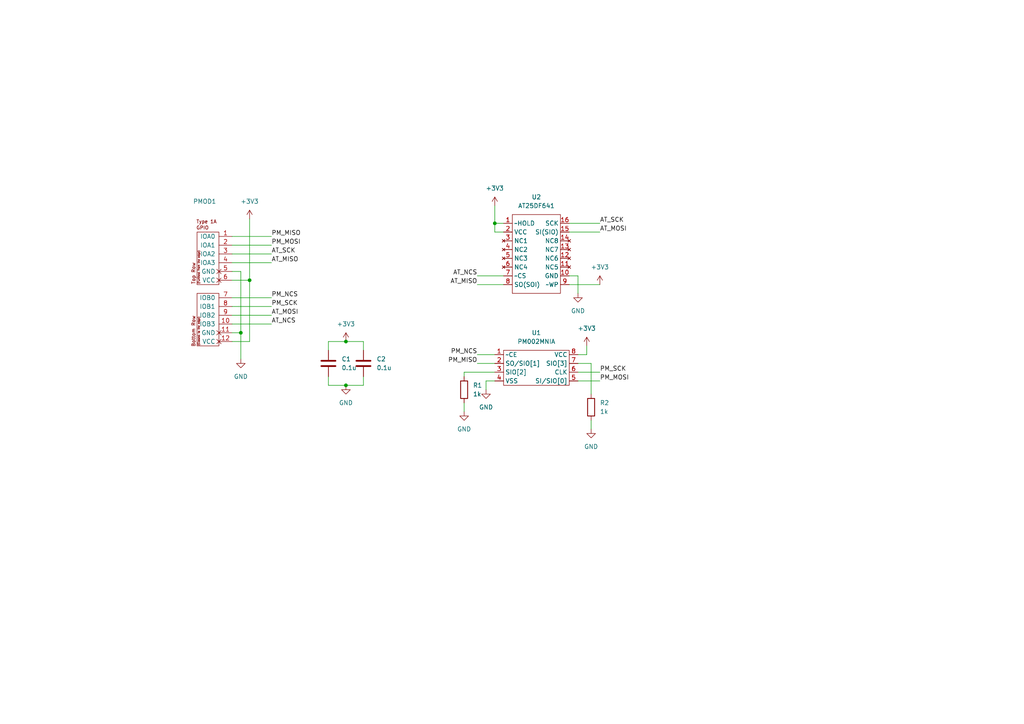
<source format=kicad_sch>
(kicad_sch (version 20211123) (generator eeschema)
  (paper "A4")
  (lib_symbols
    (symbol "Device:C" (pin_numbers hide) (pin_names (offset 0.254))
      (property "Reference" "C" (at 0.635 2.54 0))
      (property "Value" "C" (at 0.635 -2.54 0))
      (symbol "C_0_1"
        (polyline (pts (xy -2.032 -0.762) (xy 2.032 -0.762)) (stroke (width 0.508)))
        (polyline (pts (xy -2.032 0.762) (xy 2.032 0.762)) (stroke (width 0.508)))
      )
      (symbol "C_1_1"
        (pin passive line (at 0 3.81 270) (length 2.794) (name "~") (number "1"))
        (pin passive line (at 0 -3.81 90) (length 2.794) (name "~") (number "2"))
      )
    )
    (symbol "Device:R" (pin_numbers hide) (pin_names (offset 0))
      (property "Reference" "R" (at 2.032 0 90))
      (property "Value" "R" (at 0 0 90))
      (symbol "R_0_1"
        (rectangle (start -1.016 -2.54) (end 1.016 2.54) (stroke (width 0.254)))
      )
      (symbol "R_1_1"
        (pin passive line (at 0 3.81 270) (length 1.27) (name "~") (number "1"))
        (pin passive line (at 0 -3.81 90) (length 1.27) (name "~") (number "2"))
      )
    )
    (symbol "Signetics:AT25DF641"
      (property "Reference" "U" (at 10.16 3.81 0))
      (property "Value" "AT25DF641" (at 10.16 -21.59 0))
      (symbol "AT25DF641_0_1"
        (rectangle (start 2.54 2.54) (end 16.51 -20.32))
      )
      (symbol "AT25DF641_1_1"
        (pin input line (at 0 0 0) (length 2.54) (name "~HOLD") (number "1"))
        (pin unspecified line (at 19.05 -15.24 180) (length 2.54) (name "GND") (number "10"))
        (pin no_connect line (at 19.05 -12.7 180) (length 2.54) (name "NC5") (number "11"))
        (pin no_connect line (at 19.05 -10.16 180) (length 2.54) (name "NC6") (number "12"))
        (pin no_connect line (at 19.05 -7.62 180) (length 2.54) (name "NC7") (number "13"))
        (pin no_connect line (at 19.05 -5.08 180) (length 2.54) (name "NC8") (number "14"))
        (pin bidirectional line (at 19.05 -2.54 180) (length 2.54) (name "SI(SIO)") (number "15"))
        (pin input line (at 19.05 0 180) (length 2.54) (name "SCK") (number "16"))
        (pin power_in line (at 0 -2.54 0) (length 2.54) (name "VCC") (number "2"))
        (pin no_connect line (at 0 -5.08 0) (length 2.54) (name "NC1") (number "3"))
        (pin no_connect line (at 0 -7.62 0) (length 2.54) (name "NC2") (number "4"))
        (pin no_connect line (at 0 -10.16 0) (length 2.54) (name "NC3") (number "5"))
        (pin no_connect line (at 0 -12.7 0) (length 2.54) (name "NC4") (number "6"))
        (pin input line (at 0 -15.24 0) (length 2.54) (name "~CS") (number "7"))
        (pin bidirectional line (at 0 -17.78 0) (length 2.54) (name "SO(SOI)") (number "8"))
        (pin input line (at 19.05 -17.78 180) (length 2.54) (name "~WP") (number "9"))
      )
    )
    (symbol "Signetics:PM002MNIA"
      (property "Reference" "U" (at 12.7 2.54 0))
      (property "Value" "PM002MNIA" (at 12.7 -10.16 0))
      (symbol "PM002MNIA_0_1"
        (rectangle (start 2.54 1.27) (end 21.59 -8.89))
      )
      (symbol "PM002MNIA_1_1"
        (pin input line (at 0 0 0) (length 2.54) (name "~CE") (number "1"))
        (pin bidirectional line (at 0 -2.54 0) (length 2.54) (name "SO/SIO[1]") (number "2"))
        (pin bidirectional line (at 0 -5.08 0) (length 2.54) (name "SIO[2]") (number "3"))
        (pin unspecified line (at 0 -7.62 0) (length 2.54) (name "VSS") (number "4"))
        (pin bidirectional line (at 24.13 -7.62 180) (length 2.54) (name "SI/SIO[0]") (number "5"))
        (pin input line (at 24.13 -5.08 180) (length 2.54) (name "CLK") (number "6"))
        (pin bidirectional line (at 24.13 -2.54 180) (length 2.54) (name "SIO[3]") (number "7"))
        (pin power_in line (at 24.13 0 180) (length 2.54) (name "VCC") (number "8"))
      )
    )
    (symbol "pmod:PMOD-Device-x2-Type-1A-GPIO" (pin_names (offset 1.016))
      (property "Reference" "PMOD" (at -3.302 -1.27 0))
      (property "Datasheet" "https://docs.google.com/a/mithis.com/spreadsheets/d/1D-GboyrP57VVpejQzEm0P1WEORo1LAIt92hk1bZGEoo/edit#gid=0" (at -1.27 7.62 0))
      (symbol "PMOD-Device-x2-Type-1A-GPIO_0_0"
        (text "(Closest to the edge)" (at -5.842 -13.462 900) (effects (font (size 0.508 0.508))))
        (text "(Furthest from the edge)" (at -5.842 5.08 900) (effects (font (size 0.508 0.508))))
        (text "Bottom Row" (at -7.366 -13.462 900) (effects (font (size 0.9906 0.9906))))
        (text "GPIO" (at -6.604 16.51 0) (effects (font (size 0.9906 0.9906)) (justify left)))
        (text "Top Row" (at -7.366 3.302 900) (effects (font (size 0.9906 0.9906))))
        (text "Type 1A" (at -6.604 18.288 0) (effects (font (size 0.9906 0.9906)) (justify left)))
      )
      (symbol "PMOD-Device-x2-Type-1A-GPIO_0_1"
        (rectangle (start -6.35 -2.54) (end 0 -17.78))
        (rectangle (start 0 15.24) (end -6.35 0))
      )
      (symbol "PMOD-Device-x2-Type-1A-GPIO_1_1"
        (pin bidirectional line (at 3.81 13.97 180) (length 3.81) (name "IOA0") (number "1"))
        (pin bidirectional line (at 3.81 -11.43 180) (length 3.81) (name "IOB3") (number "10"))
        (pin power_out non_logic (at 3.81 -13.97 180) (length 3.81) (name "GND") (number "11"))
        (pin power_out non_logic (at 3.81 -16.51 180) (length 3.81) (name "VCC") (number "12"))
        (pin bidirectional line (at 3.81 11.43 180) (length 3.81) (name "IOA1") (number "2"))
        (pin bidirectional line (at 3.81 8.89 180) (length 3.81) (name "IOA2") (number "3"))
        (pin bidirectional line (at 3.81 6.35 180) (length 3.81) (name "IOA3") (number "4"))
        (pin power_out non_logic (at 3.81 3.81 180) (length 3.81) (name "GND") (number "5"))
        (pin power_out non_logic (at 3.81 1.27 180) (length 3.81) (name "VCC") (number "6"))
        (pin bidirectional line (at 3.81 -3.81 180) (length 3.81) (name "IOB0") (number "7"))
        (pin bidirectional line (at 3.81 -6.35 180) (length 3.81) (name "IOB1") (number "8"))
        (pin bidirectional line (at 3.81 -8.89 180) (length 3.81) (name "IOB2") (number "9"))
      )
    )
    (symbol "power:+3V3" (power) (pin_names (offset 0))
      (property "Value" "+3V3" (at 0 3.556 0))
      (symbol "+3V3_0_1"
        (polyline (pts (xy -0.762 1.27) (xy 0 2.54)))
        (polyline (pts (xy 0 0) (xy 0 2.54)))
        (polyline (pts (xy 0 2.54) (xy 0.762 1.27)))
      )
      (symbol "+3V3_1_1"
        (pin power_in line (at 0 0 90) (length 0) hide (name "+3V3") (number "1"))
      )
    )
    (symbol "power:GND" (power) (pin_names (offset 0))
      (property "Value" "GND" (at 0 -3.81 0))
      (symbol "GND_0_1"
        (polyline (pts (xy 0 0) (xy 0 -1.27) (xy 1.27 -1.27) (xy 0 -2.54) (xy -1.27 -1.27) (xy 0 -1.27)))
      )
      (symbol "GND_1_1"
        (pin power_in line (at 0 0 270) (length 0) hide (name "GND") (number "1"))
      )
    )
  )
  (junction (at 100.33 99.06))
  (junction (at 72.39 81.28))
  (junction (at 100.33 111.76))
  (junction (at 69.85 96.52))
  (junction (at 143.51 64.77))
  (wire (pts (xy 138.43 102.87) (xy 143.51 102.87)))
  (wire (pts (xy 138.43 105.41) (xy 143.51 105.41)))
  (wire (pts (xy 95.25 99.06) (xy 100.33 99.06)))
  (wire (pts (xy 167.64 107.95) (xy 173.99 107.95)))
  (wire (pts (xy 167.64 105.41) (xy 171.45 105.41)))
  (wire (pts (xy 165.1 80.01) (xy 167.64 80.01)))
  (wire (pts (xy 72.39 63.5) (xy 72.39 81.28)))
  (wire (pts (xy 67.31 71.12) (xy 78.74 71.12)))
  (wire (pts (xy 167.64 110.49) (xy 173.99 110.49)))
  (wire (pts (xy 105.41 111.76) (xy 105.41 109.22)))
  (wire (pts (xy 143.51 64.77) (xy 143.51 59.69)))
  (wire (pts (xy 143.51 67.31) (xy 143.51 64.77)))
  (wire (pts (xy 67.31 86.36) (xy 78.74 86.36)))
  (wire (pts (xy 67.31 99.06) (xy 72.39 99.06)))
  (wire (pts (xy 67.31 96.52) (xy 69.85 96.52)))
  (wire (pts (xy 67.31 93.98) (xy 78.74 93.98)))
  (wire (pts (xy 167.64 80.01) (xy 167.64 85.09)))
  (wire (pts (xy 170.18 102.87) (xy 170.18 100.33)))
  (wire (pts (xy 67.31 68.58) (xy 78.74 68.58)))
  (wire (pts (xy 105.41 99.06) (xy 105.41 101.6)))
  (wire (pts (xy 67.31 73.66) (xy 78.74 73.66)))
  (wire (pts (xy 143.51 64.77) (xy 146.05 64.77)))
  (wire (pts (xy 134.62 107.95) (xy 143.51 107.95)))
  (wire (pts (xy 134.62 107.95) (xy 134.62 109.22)))
  (wire (pts (xy 100.33 99.06) (xy 105.41 99.06)))
  (wire (pts (xy 138.43 80.01) (xy 146.05 80.01)))
  (wire (pts (xy 100.33 111.76) (xy 105.41 111.76)))
  (wire (pts (xy 165.1 64.77) (xy 173.99 64.77)))
  (wire (pts (xy 69.85 96.52) (xy 69.85 104.14)))
  (wire (pts (xy 167.64 102.87) (xy 170.18 102.87)))
  (wire (pts (xy 140.97 110.49) (xy 140.97 113.03)))
  (wire (pts (xy 143.51 110.49) (xy 140.97 110.49)))
  (wire (pts (xy 165.1 67.31) (xy 173.99 67.31)))
  (wire (pts (xy 67.31 91.44) (xy 78.74 91.44)))
  (wire (pts (xy 72.39 81.28) (xy 72.39 99.06)))
  (wire (pts (xy 171.45 121.92) (xy 171.45 124.46)))
  (wire (pts (xy 134.62 116.84) (xy 134.62 119.38)))
  (wire (pts (xy 138.43 82.55) (xy 146.05 82.55)))
  (wire (pts (xy 95.25 111.76) (xy 100.33 111.76)))
  (wire (pts (xy 95.25 101.6) (xy 95.25 99.06)))
  (wire (pts (xy 146.05 67.31) (xy 143.51 67.31)))
  (wire (pts (xy 67.31 81.28) (xy 72.39 81.28)))
  (wire (pts (xy 165.1 82.55) (xy 173.99 82.55)))
  (wire (pts (xy 67.31 76.2) (xy 78.74 76.2)))
  (wire (pts (xy 67.31 78.74) (xy 69.85 78.74)))
  (wire (pts (xy 69.85 78.74) (xy 69.85 96.52)))
  (wire (pts (xy 67.31 88.9) (xy 78.74 88.9)))
  (wire (pts (xy 171.45 105.41) (xy 171.45 114.3)))
  (wire (pts (xy 95.25 109.22) (xy 95.25 111.76)))
  (label "AT_MOSI" (at 78.74 91.44 0))
  (label "AT_NCS" (at 138.43 80.01 180))
  (label "PM_SCK" (at 173.99 107.95 0))
  (label "AT_SCK" (at 78.74 73.66 0))
  (label "PM_MOSI" (at 78.74 71.12 0))
  (label "PM_MISO" (at 78.74 68.58 0))
  (label "AT_MISO" (at 78.74 76.2 0))
  (label "AT_SCK" (at 173.99 64.77 0))
  (label "AT_MOSI" (at 173.99 67.31 0))
  (label "AT_MISO" (at 138.43 82.55 180))
  (label "PM_MISO" (at 138.43 105.41 180))
  (label "PM_NCS" (at 138.43 102.87 180))
  (label "PM_MOSI" (at 173.99 110.49 0))
  (label "PM_SCK" (at 78.74 88.9 0))
  (label "PM_NCS" (at 78.74 86.36 0))
  (label "AT_NCS" (at 78.74 93.98 0))
  (symbol (lib_id "power:+3V3") (at 173.99 82.55 0) (unit 1)
    (property "Reference" "#PWR0107" (effects hide))
    (property "Value" "+3V3" (at 173.99 77.47 0))
  )
  (symbol (lib_id "Device:R") (at 171.45 118.11 0) (unit 1)
    (property "Reference" "R2" (at 173.99 116.8399 0) (effects (justify left)))
    (property "Value" "1k" (at 173.99 119.3799 0) (effects (justify left)))
    (property "Footprint" "Resistor_SMD:R_0805_2012Metric" (effects hide))
  )
  (symbol (lib_id "power:+3V3") (at 72.39 63.5 0) (unit 1)
    (property "Reference" "#PWR0111" (effects hide))
    (property "Value" "+3V3" (at 72.39 58.42 0))
  )
  (symbol (lib_id "power:+3V3") (at 170.18 100.33 0) (unit 1)
    (property "Reference" "#PWR0106" (effects hide))
    (property "Value" "+3V3" (at 170.18 95.25 0))
  )
  (symbol (lib_id "power:GND") (at 140.97 113.03 0) (unit 1)
    (property "Reference" "#PWR0103" (effects hide))
    (property "Value" "GND" (at 140.97 118.11 0))
  )
  (symbol (lib_id "Device:R") (at 134.62 113.03 0) (unit 1)
    (property "Reference" "R1" (at 137.16 111.7599 0) (effects (justify left)))
    (property "Value" "1k" (at 137.16 114.2999 0) (effects (justify left)))
    (property "Footprint" "Resistor_SMD:R_0805_2012Metric" (effects hide))
  )
  (symbol (lib_id "Device:C") (at 95.25 105.41 0) (unit 1)
    (property "Reference" "C1" (at 99.06 104.1399 0) (effects (justify left)))
    (property "Value" "0.1u" (at 99.06 106.6799 0) (effects (justify left)))
    (property "Footprint" "Capacitor_SMD:C_0805_2012Metric" (effects hide))
  )
  (symbol (lib_id "Signetics:AT25DF641") (at 146.05 64.77 0) (unit 1)
    (property "Reference" "U2" (at 155.575 57.15 0))
    (property "Value" "AT25DF641" (at 155.575 59.69 0))
    (property "Footprint" "Package_SO:SOIC-16W_7.5x10.3mm_P1.27mm" (effects hide))
  )
  (symbol (lib_id "Signetics:PM002MNIA") (at 143.51 102.87 0) (unit 1)
    (property "Reference" "U1" (at 155.575 96.52 0))
    (property "Value" "PM002MNIA" (at 155.575 99.06 0))
    (property "Footprint" "Package_SO:SOIC-8_3.9x4.9mm_P1.27mm" (effects hide))
  )
  (symbol (lib_id "power:GND") (at 134.62 119.38 0) (unit 1)
    (property "Reference" "#PWR0104" (effects hide))
    (property "Value" "GND" (at 134.62 124.46 0))
  )
  (symbol (lib_id "power:+3V3") (at 100.33 99.06 0) (unit 1)
    (property "Reference" "#PWR0110" (effects hide))
    (property "Value" "+3V3" (at 100.33 93.98 0))
  )
  (symbol (lib_id "power:GND") (at 171.45 124.46 0) (unit 1)
    (property "Reference" "#PWR0108" (effects hide))
    (property "Value" "GND" (at 171.45 129.54 0))
  )
  (symbol (lib_id "power:GND") (at 100.33 111.76 0) (unit 1)
    (property "Reference" "#PWR0109" (effects hide))
    (property "Value" "GND" (at 100.33 116.84 0))
  )
  (symbol (lib_id "power:GND") (at 69.85 104.14 0) (unit 1)
    (property "Reference" "#PWR0101" (effects hide))
    (property "Value" "GND" (at 69.85 109.22 0))
  )
  (symbol (lib_id "Device:C") (at 105.41 105.41 0) (unit 1)
    (property "Reference" "C2" (at 109.22 104.1399 0) (effects (justify left)))
    (property "Value" "0.1u" (at 109.22 106.6799 0) (effects (justify left)))
    (property "Footprint" "Capacitor_SMD:C_0805_2012Metric" (effects hide))
  )
  (symbol (lib_id "pmod:PMOD-Device-x2-Type-1A-GPIO") (at 63.5 82.55 0) (unit 1)
    (property "Reference" "PMOD1" (at 59.3718 58.42 0))
    (property "Value" "PMOD-Device-x2-Type-1A-GPIO" (effects hide))
    (property "Footprint" "pmod-conn_6x2:pmod_6x2_pin" (effects hide))
    (property "Datasheet" "https://docs.google.com/a/mithis.com/spreadsheets/d/1D-GboyrP57VVpejQzEm0P1WEORo1LAIt92hk1bZGEoo/edit#gid=0" (effects hide))
  )
  (symbol (lib_id "power:+3V3") (at 143.51 59.69 0) (unit 1)
    (property "Reference" "#PWR0102" (effects hide))
    (property "Value" "+3V3" (at 143.51 54.61 0))
  )
  (symbol (lib_id "power:GND") (at 167.64 85.09 0) (unit 1)
    (property "Reference" "#PWR0105" (effects hide))
    (property "Value" "GND" (at 167.64 90.17 0))
  )
)
</source>
